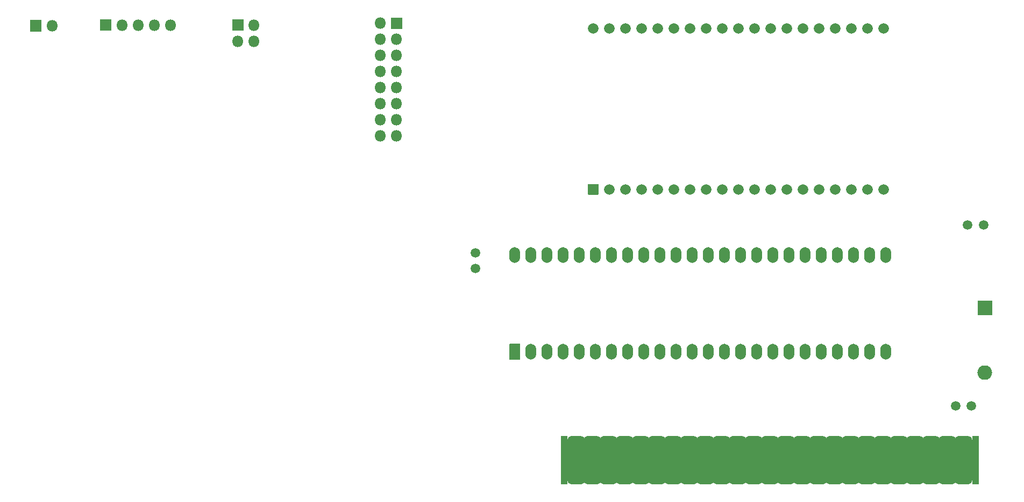
<source format=gbr>
G04 #@! TF.GenerationSoftware,KiCad,Pcbnew,5.1.10-88a1d61d58~88~ubuntu18.04.1*
G04 #@! TF.CreationDate,2021-09-07T17:34:24-07:00*
G04 #@! TF.ProjectId,apple2idiot_new,6170706c-6532-4696-9469-6f745f6e6577,1.1*
G04 #@! TF.SameCoordinates,Original*
G04 #@! TF.FileFunction,Soldermask,Bot*
G04 #@! TF.FilePolarity,Negative*
%FSLAX46Y46*%
G04 Gerber Fmt 4.6, Leading zero omitted, Abs format (unit mm)*
G04 Created by KiCad (PCBNEW 5.1.10-88a1d61d58~88~ubuntu18.04.1) date 2021-09-07 17:34:24*
%MOMM*%
%LPD*%
G01*
G04 APERTURE LIST*
%ADD10C,0.100000*%
%ADD11C,1.662000*%
%ADD12C,1.502000*%
%ADD13O,1.802000X1.802000*%
%ADD14O,2.302000X2.302000*%
%ADD15O,1.702000X2.502000*%
G04 APERTURE END LIST*
D10*
G36*
X167857000Y-124690000D02*
G01*
X167857000Y-132310000D01*
X168873000Y-132310000D01*
X168873000Y-124690000D01*
X167857000Y-124690000D01*
G37*
G36*
X233643000Y-124690000D02*
G01*
X232627000Y-124690000D01*
X232627000Y-132310000D01*
X233643000Y-132310000D01*
X233643000Y-124690000D01*
G37*
G36*
X167857000Y-124690000D02*
G01*
X167857000Y-132310000D01*
X168873000Y-132310000D01*
X168873000Y-124690000D01*
X167857000Y-124690000D01*
G37*
G36*
X233643000Y-124690000D02*
G01*
X232627000Y-124690000D01*
X232627000Y-132310000D01*
X233643000Y-132310000D01*
X233643000Y-124690000D01*
G37*
D11*
X218660000Y-60400000D03*
X216120000Y-60400000D03*
X213580000Y-60400000D03*
X211040000Y-60400000D03*
X208500000Y-60400000D03*
X205960000Y-60400000D03*
X203420000Y-60400000D03*
X200880000Y-60400000D03*
X198340000Y-60400000D03*
X195800000Y-60400000D03*
X193260000Y-60400000D03*
X190720000Y-60400000D03*
X188180000Y-60400000D03*
X185640000Y-60400000D03*
X183100000Y-60400000D03*
X180560000Y-60400000D03*
X178020000Y-60400000D03*
X175480000Y-60400000D03*
X172940000Y-60400000D03*
X216120000Y-85800000D03*
X213580000Y-85800000D03*
X211040000Y-85800000D03*
X208500000Y-85800000D03*
X205960000Y-85800000D03*
X203420000Y-85800000D03*
X200880000Y-85800000D03*
X198340000Y-85800000D03*
X195800000Y-85800000D03*
X193260000Y-85800000D03*
X190720000Y-85800000D03*
X188180000Y-85800000D03*
X185640000Y-85800000D03*
X183100000Y-85800000D03*
X180560000Y-85800000D03*
X178020000Y-85800000D03*
X218660000Y-85800000D03*
X175480000Y-85800000D03*
G36*
G01*
X173720000Y-86631000D02*
X172160000Y-86631000D01*
G75*
G02*
X172109000Y-86580000I0J51000D01*
G01*
X172109000Y-85020000D01*
G75*
G02*
X172160000Y-84969000I51000J0D01*
G01*
X173720000Y-84969000D01*
G75*
G02*
X173771000Y-85020000I0J-51000D01*
G01*
X173771000Y-86580000D01*
G75*
G02*
X173720000Y-86631000I-51000J0D01*
G01*
G37*
D12*
X231900000Y-91400000D03*
X234400000Y-91400000D03*
D13*
X139460000Y-77380000D03*
X142000000Y-77380000D03*
X139460000Y-74840000D03*
X142000000Y-74840000D03*
X139460000Y-72300000D03*
X142000000Y-72300000D03*
X139460000Y-69760000D03*
X142000000Y-69760000D03*
X139460000Y-67220000D03*
X142000000Y-67220000D03*
X139460000Y-64680000D03*
X142000000Y-64680000D03*
X139460000Y-62140000D03*
X142000000Y-62140000D03*
X139460000Y-59600000D03*
G36*
G01*
X141099000Y-60450000D02*
X141099000Y-58750000D01*
G75*
G02*
X141150000Y-58699000I51000J0D01*
G01*
X142850000Y-58699000D01*
G75*
G02*
X142901000Y-58750000I0J-51000D01*
G01*
X142901000Y-60450000D01*
G75*
G02*
X142850000Y-60501000I-51000J0D01*
G01*
X141150000Y-60501000D01*
G75*
G02*
X141099000Y-60450000I0J51000D01*
G01*
G37*
D14*
X234600000Y-114660000D03*
G36*
G01*
X233500000Y-103349000D02*
X235700000Y-103349000D01*
G75*
G02*
X235751000Y-103400000I0J-51000D01*
G01*
X235751000Y-105600000D01*
G75*
G02*
X235700000Y-105651000I-51000J0D01*
G01*
X233500000Y-105651000D01*
G75*
G02*
X233449000Y-105600000I0J51000D01*
G01*
X233449000Y-103400000D01*
G75*
G02*
X233500000Y-103349000I51000J0D01*
G01*
G37*
D12*
X154400000Y-98300000D03*
X154400000Y-95800000D03*
X230000000Y-119900000D03*
X232500000Y-119900000D03*
D13*
X106360000Y-59900000D03*
X103820000Y-59900000D03*
X101280000Y-59900000D03*
X98740000Y-59900000D03*
G36*
G01*
X97050000Y-60801000D02*
X95350000Y-60801000D01*
G75*
G02*
X95299000Y-60750000I0J51000D01*
G01*
X95299000Y-59050000D01*
G75*
G02*
X95350000Y-58999000I51000J0D01*
G01*
X97050000Y-58999000D01*
G75*
G02*
X97101000Y-59050000I0J-51000D01*
G01*
X97101000Y-60750000D01*
G75*
G02*
X97050000Y-60801000I-51000J0D01*
G01*
G37*
X87740000Y-60000000D03*
G36*
G01*
X86050000Y-60901000D02*
X84350000Y-60901000D01*
G75*
G02*
X84299000Y-60850000I0J51000D01*
G01*
X84299000Y-59150000D01*
G75*
G02*
X84350000Y-59099000I51000J0D01*
G01*
X86050000Y-59099000D01*
G75*
G02*
X86101000Y-59150000I0J-51000D01*
G01*
X86101000Y-60850000D01*
G75*
G02*
X86050000Y-60901000I-51000J0D01*
G01*
G37*
D15*
X160600000Y-96160000D03*
X219020000Y-111400000D03*
X163140000Y-96160000D03*
X216480000Y-111400000D03*
X165680000Y-96160000D03*
X213940000Y-111400000D03*
X168220000Y-96160000D03*
X211400000Y-111400000D03*
X170760000Y-96160000D03*
X208860000Y-111400000D03*
X173300000Y-96160000D03*
X206320000Y-111400000D03*
X175840000Y-96160000D03*
X203780000Y-111400000D03*
X178380000Y-96160000D03*
X201240000Y-111400000D03*
X180920000Y-96160000D03*
X198700000Y-111400000D03*
X183460000Y-96160000D03*
X196160000Y-111400000D03*
X186000000Y-96160000D03*
X193620000Y-111400000D03*
X188540000Y-96160000D03*
X191080000Y-111400000D03*
X191080000Y-96160000D03*
X188540000Y-111400000D03*
X193620000Y-96160000D03*
X186000000Y-111400000D03*
X196160000Y-96160000D03*
X183460000Y-111400000D03*
X198700000Y-96160000D03*
X180920000Y-111400000D03*
X201240000Y-96160000D03*
X178380000Y-111400000D03*
X203780000Y-96160000D03*
X175840000Y-111400000D03*
X206320000Y-96160000D03*
X173300000Y-111400000D03*
X208860000Y-96160000D03*
X170760000Y-111400000D03*
X211400000Y-96160000D03*
X168220000Y-111400000D03*
X213940000Y-96160000D03*
X165680000Y-111400000D03*
X216480000Y-96160000D03*
X163140000Y-111400000D03*
X219020000Y-96160000D03*
G36*
G01*
X161400000Y-112651000D02*
X159800000Y-112651000D01*
G75*
G02*
X159749000Y-112600000I0J51000D01*
G01*
X159749000Y-110200000D01*
G75*
G02*
X159800000Y-110149000I51000J0D01*
G01*
X161400000Y-110149000D01*
G75*
G02*
X161451000Y-110200000I0J-51000D01*
G01*
X161451000Y-112600000D01*
G75*
G02*
X161400000Y-112651000I-51000J0D01*
G01*
G37*
D13*
X119540000Y-62440000D03*
X117000000Y-62440000D03*
X119540000Y-59900000D03*
G36*
G01*
X116099000Y-60750000D02*
X116099000Y-59050000D01*
G75*
G02*
X116150000Y-58999000I51000J0D01*
G01*
X117850000Y-58999000D01*
G75*
G02*
X117901000Y-59050000I0J-51000D01*
G01*
X117901000Y-60750000D01*
G75*
G02*
X117850000Y-60801000I-51000J0D01*
G01*
X116150000Y-60801000D01*
G75*
G02*
X116099000Y-60750000I0J51000D01*
G01*
G37*
G36*
G01*
X229833000Y-131675000D02*
X229833000Y-125325000D01*
G75*
G02*
X230468000Y-124690000I635000J0D01*
G01*
X231992000Y-124690000D01*
G75*
G02*
X232627000Y-125325000I0J-635000D01*
G01*
X232627000Y-131675000D01*
G75*
G02*
X231992000Y-132310000I-635000J0D01*
G01*
X230468000Y-132310000D01*
G75*
G02*
X229833000Y-131675000I0J635000D01*
G01*
G37*
G36*
G01*
X227293000Y-131675000D02*
X227293000Y-125325000D01*
G75*
G02*
X227928000Y-124690000I635000J0D01*
G01*
X229452000Y-124690000D01*
G75*
G02*
X230087000Y-125325000I0J-635000D01*
G01*
X230087000Y-131675000D01*
G75*
G02*
X229452000Y-132310000I-635000J0D01*
G01*
X227928000Y-132310000D01*
G75*
G02*
X227293000Y-131675000I0J635000D01*
G01*
G37*
G36*
G01*
X224753000Y-131675000D02*
X224753000Y-125325000D01*
G75*
G02*
X225388000Y-124690000I635000J0D01*
G01*
X226912000Y-124690000D01*
G75*
G02*
X227547000Y-125325000I0J-635000D01*
G01*
X227547000Y-131675000D01*
G75*
G02*
X226912000Y-132310000I-635000J0D01*
G01*
X225388000Y-132310000D01*
G75*
G02*
X224753000Y-131675000I0J635000D01*
G01*
G37*
G36*
G01*
X222213000Y-131675000D02*
X222213000Y-125325000D01*
G75*
G02*
X222848000Y-124690000I635000J0D01*
G01*
X224372000Y-124690000D01*
G75*
G02*
X225007000Y-125325000I0J-635000D01*
G01*
X225007000Y-131675000D01*
G75*
G02*
X224372000Y-132310000I-635000J0D01*
G01*
X222848000Y-132310000D01*
G75*
G02*
X222213000Y-131675000I0J635000D01*
G01*
G37*
G36*
G01*
X219673000Y-131675000D02*
X219673000Y-125325000D01*
G75*
G02*
X220308000Y-124690000I635000J0D01*
G01*
X221832000Y-124690000D01*
G75*
G02*
X222467000Y-125325000I0J-635000D01*
G01*
X222467000Y-131675000D01*
G75*
G02*
X221832000Y-132310000I-635000J0D01*
G01*
X220308000Y-132310000D01*
G75*
G02*
X219673000Y-131675000I0J635000D01*
G01*
G37*
G36*
G01*
X217133000Y-131675000D02*
X217133000Y-125325000D01*
G75*
G02*
X217768000Y-124690000I635000J0D01*
G01*
X219292000Y-124690000D01*
G75*
G02*
X219927000Y-125325000I0J-635000D01*
G01*
X219927000Y-131675000D01*
G75*
G02*
X219292000Y-132310000I-635000J0D01*
G01*
X217768000Y-132310000D01*
G75*
G02*
X217133000Y-131675000I0J635000D01*
G01*
G37*
G36*
G01*
X214593000Y-131675000D02*
X214593000Y-125325000D01*
G75*
G02*
X215228000Y-124690000I635000J0D01*
G01*
X216752000Y-124690000D01*
G75*
G02*
X217387000Y-125325000I0J-635000D01*
G01*
X217387000Y-131675000D01*
G75*
G02*
X216752000Y-132310000I-635000J0D01*
G01*
X215228000Y-132310000D01*
G75*
G02*
X214593000Y-131675000I0J635000D01*
G01*
G37*
G36*
G01*
X212053000Y-131675000D02*
X212053000Y-125325000D01*
G75*
G02*
X212688000Y-124690000I635000J0D01*
G01*
X214212000Y-124690000D01*
G75*
G02*
X214847000Y-125325000I0J-635000D01*
G01*
X214847000Y-131675000D01*
G75*
G02*
X214212000Y-132310000I-635000J0D01*
G01*
X212688000Y-132310000D01*
G75*
G02*
X212053000Y-131675000I0J635000D01*
G01*
G37*
G36*
G01*
X209513000Y-131675000D02*
X209513000Y-125325000D01*
G75*
G02*
X210148000Y-124690000I635000J0D01*
G01*
X211672000Y-124690000D01*
G75*
G02*
X212307000Y-125325000I0J-635000D01*
G01*
X212307000Y-131675000D01*
G75*
G02*
X211672000Y-132310000I-635000J0D01*
G01*
X210148000Y-132310000D01*
G75*
G02*
X209513000Y-131675000I0J635000D01*
G01*
G37*
G36*
G01*
X206973000Y-131675000D02*
X206973000Y-125325000D01*
G75*
G02*
X207608000Y-124690000I635000J0D01*
G01*
X209132000Y-124690000D01*
G75*
G02*
X209767000Y-125325000I0J-635000D01*
G01*
X209767000Y-131675000D01*
G75*
G02*
X209132000Y-132310000I-635000J0D01*
G01*
X207608000Y-132310000D01*
G75*
G02*
X206973000Y-131675000I0J635000D01*
G01*
G37*
G36*
G01*
X204433000Y-131675000D02*
X204433000Y-125325000D01*
G75*
G02*
X205068000Y-124690000I635000J0D01*
G01*
X206592000Y-124690000D01*
G75*
G02*
X207227000Y-125325000I0J-635000D01*
G01*
X207227000Y-131675000D01*
G75*
G02*
X206592000Y-132310000I-635000J0D01*
G01*
X205068000Y-132310000D01*
G75*
G02*
X204433000Y-131675000I0J635000D01*
G01*
G37*
G36*
G01*
X201893000Y-131675000D02*
X201893000Y-125325000D01*
G75*
G02*
X202528000Y-124690000I635000J0D01*
G01*
X204052000Y-124690000D01*
G75*
G02*
X204687000Y-125325000I0J-635000D01*
G01*
X204687000Y-131675000D01*
G75*
G02*
X204052000Y-132310000I-635000J0D01*
G01*
X202528000Y-132310000D01*
G75*
G02*
X201893000Y-131675000I0J635000D01*
G01*
G37*
G36*
G01*
X199353000Y-131675000D02*
X199353000Y-125325000D01*
G75*
G02*
X199988000Y-124690000I635000J0D01*
G01*
X201512000Y-124690000D01*
G75*
G02*
X202147000Y-125325000I0J-635000D01*
G01*
X202147000Y-131675000D01*
G75*
G02*
X201512000Y-132310000I-635000J0D01*
G01*
X199988000Y-132310000D01*
G75*
G02*
X199353000Y-131675000I0J635000D01*
G01*
G37*
G36*
G01*
X196813000Y-131675000D02*
X196813000Y-125325000D01*
G75*
G02*
X197448000Y-124690000I635000J0D01*
G01*
X198972000Y-124690000D01*
G75*
G02*
X199607000Y-125325000I0J-635000D01*
G01*
X199607000Y-131675000D01*
G75*
G02*
X198972000Y-132310000I-635000J0D01*
G01*
X197448000Y-132310000D01*
G75*
G02*
X196813000Y-131675000I0J635000D01*
G01*
G37*
G36*
G01*
X194273000Y-131675000D02*
X194273000Y-125325000D01*
G75*
G02*
X194908000Y-124690000I635000J0D01*
G01*
X196432000Y-124690000D01*
G75*
G02*
X197067000Y-125325000I0J-635000D01*
G01*
X197067000Y-131675000D01*
G75*
G02*
X196432000Y-132310000I-635000J0D01*
G01*
X194908000Y-132310000D01*
G75*
G02*
X194273000Y-131675000I0J635000D01*
G01*
G37*
G36*
G01*
X191733000Y-131675000D02*
X191733000Y-125325000D01*
G75*
G02*
X192368000Y-124690000I635000J0D01*
G01*
X193892000Y-124690000D01*
G75*
G02*
X194527000Y-125325000I0J-635000D01*
G01*
X194527000Y-131675000D01*
G75*
G02*
X193892000Y-132310000I-635000J0D01*
G01*
X192368000Y-132310000D01*
G75*
G02*
X191733000Y-131675000I0J635000D01*
G01*
G37*
G36*
G01*
X189193000Y-131675000D02*
X189193000Y-125325000D01*
G75*
G02*
X189828000Y-124690000I635000J0D01*
G01*
X191352000Y-124690000D01*
G75*
G02*
X191987000Y-125325000I0J-635000D01*
G01*
X191987000Y-131675000D01*
G75*
G02*
X191352000Y-132310000I-635000J0D01*
G01*
X189828000Y-132310000D01*
G75*
G02*
X189193000Y-131675000I0J635000D01*
G01*
G37*
G36*
G01*
X186653000Y-131675000D02*
X186653000Y-125325000D01*
G75*
G02*
X187288000Y-124690000I635000J0D01*
G01*
X188812000Y-124690000D01*
G75*
G02*
X189447000Y-125325000I0J-635000D01*
G01*
X189447000Y-131675000D01*
G75*
G02*
X188812000Y-132310000I-635000J0D01*
G01*
X187288000Y-132310000D01*
G75*
G02*
X186653000Y-131675000I0J635000D01*
G01*
G37*
G36*
G01*
X184113000Y-131675000D02*
X184113000Y-125325000D01*
G75*
G02*
X184748000Y-124690000I635000J0D01*
G01*
X186272000Y-124690000D01*
G75*
G02*
X186907000Y-125325000I0J-635000D01*
G01*
X186907000Y-131675000D01*
G75*
G02*
X186272000Y-132310000I-635000J0D01*
G01*
X184748000Y-132310000D01*
G75*
G02*
X184113000Y-131675000I0J635000D01*
G01*
G37*
G36*
G01*
X181573000Y-131675000D02*
X181573000Y-125325000D01*
G75*
G02*
X182208000Y-124690000I635000J0D01*
G01*
X183732000Y-124690000D01*
G75*
G02*
X184367000Y-125325000I0J-635000D01*
G01*
X184367000Y-131675000D01*
G75*
G02*
X183732000Y-132310000I-635000J0D01*
G01*
X182208000Y-132310000D01*
G75*
G02*
X181573000Y-131675000I0J635000D01*
G01*
G37*
G36*
G01*
X179033000Y-131675000D02*
X179033000Y-125325000D01*
G75*
G02*
X179668000Y-124690000I635000J0D01*
G01*
X181192000Y-124690000D01*
G75*
G02*
X181827000Y-125325000I0J-635000D01*
G01*
X181827000Y-131675000D01*
G75*
G02*
X181192000Y-132310000I-635000J0D01*
G01*
X179668000Y-132310000D01*
G75*
G02*
X179033000Y-131675000I0J635000D01*
G01*
G37*
G36*
G01*
X176493000Y-131675000D02*
X176493000Y-125325000D01*
G75*
G02*
X177128000Y-124690000I635000J0D01*
G01*
X178652000Y-124690000D01*
G75*
G02*
X179287000Y-125325000I0J-635000D01*
G01*
X179287000Y-131675000D01*
G75*
G02*
X178652000Y-132310000I-635000J0D01*
G01*
X177128000Y-132310000D01*
G75*
G02*
X176493000Y-131675000I0J635000D01*
G01*
G37*
G36*
G01*
X173953000Y-131675000D02*
X173953000Y-125325000D01*
G75*
G02*
X174588000Y-124690000I635000J0D01*
G01*
X176112000Y-124690000D01*
G75*
G02*
X176747000Y-125325000I0J-635000D01*
G01*
X176747000Y-131675000D01*
G75*
G02*
X176112000Y-132310000I-635000J0D01*
G01*
X174588000Y-132310000D01*
G75*
G02*
X173953000Y-131675000I0J635000D01*
G01*
G37*
G36*
G01*
X171413000Y-131675000D02*
X171413000Y-125325000D01*
G75*
G02*
X172048000Y-124690000I635000J0D01*
G01*
X173572000Y-124690000D01*
G75*
G02*
X174207000Y-125325000I0J-635000D01*
G01*
X174207000Y-131675000D01*
G75*
G02*
X173572000Y-132310000I-635000J0D01*
G01*
X172048000Y-132310000D01*
G75*
G02*
X171413000Y-131675000I0J635000D01*
G01*
G37*
G36*
G01*
X168873000Y-131675000D02*
X168873000Y-125325000D01*
G75*
G02*
X169508000Y-124690000I635000J0D01*
G01*
X171032000Y-124690000D01*
G75*
G02*
X171667000Y-125325000I0J-635000D01*
G01*
X171667000Y-131675000D01*
G75*
G02*
X171032000Y-132310000I-635000J0D01*
G01*
X169508000Y-132310000D01*
G75*
G02*
X168873000Y-131675000I0J635000D01*
G01*
G37*
M02*

</source>
